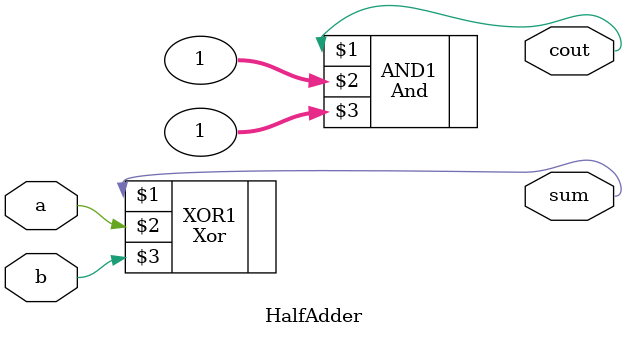
<source format=v>

module	WallaceTree16X16 ( 
							input	[15:0]	pp0, pp1, pp2, pp3, pp4, pp5, 
											pp6, pp7, pp8, pp9, pp10, pp11, 
											pp12, pp13, pp14, pp15, 
							output	[31:0]	opa, opb
	);

//============== First Stage ==================================================

wire	[15: 0]	Fir1_S, Fir1_C;
wire	[15: 0]	Fir2_S, Fir2_C;
wire	[15: 0]	Fir3_S, Fir3_C;
wire	[15: 0]	Fir4_S, Fir4_C;
wire	[15: 0]	Fir5_S, Fir5_C;

HalfAdder	fir1ha0( pp0[1], pp1[0], Fir1_S[0], Fir1_C[0] );
FullAdder	fir1fa1( pp0[2], pp1[1], pp2[0], Fir1_S[1], Fir1_C[1] );
FullAdder	fir1fa2( pp0[3], pp1[2], pp2[1], Fir1_S[2], Fir1_C[2] );
FullAdder	fir1fa3( pp0[4], pp1[3], pp2[2], Fir1_S[3], Fir1_C[3] );
FullAdder	fir1fa4( pp0[5], pp1[4], pp2[3], Fir1_S[4], Fir1_C[4] );
FullAdder	fir1fa5( pp0[6], pp1[5], pp2[4], Fir1_S[5], Fir1_C[5] );
FullAdder	fir1fa6( pp0[7], pp1[6], pp2[5], Fir1_S[6], Fir1_C[6] );
FullAdder	fir1fa7( pp0[8], pp1[7], pp2[6], Fir1_S[7], Fir1_C[7] );
FullAdder	fir1fa8( pp0[9], pp1[8], pp2[7], Fir1_S[8], Fir1_C[8] );
FullAdder	fir1fa9( pp0[10], pp1[9], pp2[8], Fir1_S[9], Fir1_C[9] );
FullAdder	fir1fa10( pp0[11], pp1[10], pp2[9], Fir1_S[10], Fir1_C[10] );
FullAdder	fir1fa11( pp0[12], pp1[11], pp2[10], Fir1_S[11], Fir1_C[11] );
FullAdder	fir1fa12( pp0[13], pp1[12], pp2[11], Fir1_S[12], Fir1_C[12] );
FullAdder	fir1fa13( pp0[14], pp1[13], pp2[12], Fir1_S[13], Fir1_C[13] );
FullAdder	fir1fa14( pp0[15], pp1[14], pp2[13], Fir1_S[14], Fir1_C[14] );
HalfAdder	fir1ha15( pp1[15], pp2[14], Fir1_S[15], Fir1_C[15] );

HalfAdder	fir2ha0( pp3[1], pp4[0], Fir2_S[0], Fir2_C[0] );
FullAdder	fir2fa1( pp3[2], pp4[1], pp5[0], Fir2_S[1], Fir2_C[1] );
FullAdder	fir2fa2( pp3[3], pp4[2], pp5[1], Fir2_S[2], Fir2_C[2] );
FullAdder	fir2fa3( pp3[4], pp4[3], pp5[2], Fir2_S[3], Fir2_C[3] );
FullAdder	fir2fa4( pp3[5], pp4[4], pp5[3], Fir2_S[4], Fir2_C[4] );
FullAdder	fir2fa5( pp3[6], pp4[5], pp5[4], Fir2_S[5], Fir2_C[5] );
FullAdder	fir2fa6( pp3[7], pp4[6], pp5[5], Fir2_S[6], Fir2_C[6] );
FullAdder	fir2fa7( pp3[8], pp4[7], pp5[6], Fir2_S[7], Fir2_C[7] );
FullAdder	fir2fa8( pp3[9], pp4[8], pp5[7], Fir2_S[8], Fir2_C[8] );
FullAdder	fir2fa9( pp3[10], pp4[9], pp5[8], Fir2_S[9], Fir2_C[9] );
FullAdder	fir2fa10( pp3[11], pp4[10], pp5[9], Fir2_S[10], Fir2_C[10] );
FullAdder	fir2fa11( pp3[12], pp4[11], pp5[10], Fir2_S[11], Fir2_C[11] );
FullAdder	fir2fa12( pp3[13], pp4[12], pp5[11], Fir2_S[12], Fir2_C[12] );
FullAdder	fir2fa13( pp3[14], pp4[13], pp5[12], Fir2_S[13], Fir2_C[13] );
FullAdder	fir2fa14( pp3[15], pp4[14], pp5[13], Fir2_S[14], Fir2_C[14] );
HalfAdder	fir2ha15( pp4[15], pp5[14], Fir2_S[15], Fir2_C[15] );

HalfAdder	fir3ha0( pp6[1], pp7[0], Fir3_S[0], Fir3_C[0] );
FullAdder	fir3fa1( pp6[2], pp7[1], pp8[0], Fir3_S[1], Fir3_C[1] );
FullAdder	fir3fa2( pp6[3], pp7[2], pp8[1], Fir3_S[2], Fir3_C[2] );
FullAdder	fir3fa3( pp6[4], pp7[3], pp8[2], Fir3_S[3], Fir3_C[3] );
FullAdder	fir3fa4( pp6[5], pp7[4], pp8[3], Fir3_S[4], Fir3_C[4] );
FullAdder	fir3fa5( pp6[6], pp7[5], pp8[4], Fir3_S[5], Fir3_C[5] );
FullAdder	fir3fa6( pp6[7], pp7[6], pp8[5], Fir3_S[6], Fir3_C[6] );
FullAdder	fir3fa7( pp6[8], pp7[7], pp8[6], Fir3_S[7], Fir3_C[7] );
FullAdder	fir3fa8( pp6[9], pp7[8], pp8[7], Fir3_S[8], Fir3_C[8] );
FullAdder	fir3fa9( pp6[10], pp7[9], pp8[8], Fir3_S[9], Fir3_C[9] );
FullAdder	fir3fa10( pp6[11], pp7[10], pp8[9], Fir3_S[10], Fir3_C[10] );
FullAdder	fir3fa11( pp6[12], pp7[11], pp8[10], Fir3_S[11], Fir3_C[11] );
FullAdder	fir3fa12( pp6[13], pp7[12], pp8[11], Fir3_S[12], Fir3_C[12] );
FullAdder	fir3fa13( pp6[14], pp7[13], pp8[12], Fir3_S[13], Fir3_C[13] );
FullAdder	fir3fa14( pp6[15], pp7[14], pp8[13], Fir3_S[14], Fir3_C[14] );
HalfAdder	fir3ha15( pp7[15], pp8[14], Fir3_S[15], Fir3_C[15] );

HalfAdder	fir4ha0( pp9[1], pp10[0], Fir4_S[0], Fir4_C[0] );
FullAdder	fir4fa1( pp9[2], pp10[1], pp11[0], Fir4_S[1], Fir4_C[1] );
FullAdder	fir4fa2( pp9[3], pp10[2], pp11[1], Fir4_S[2], Fir4_C[2] );
FullAdder	fir4fa3( pp9[4], pp10[3], pp11[2], Fir4_S[3], Fir4_C[3] );
FullAdder	fir4fa4( pp9[5], pp10[4], pp11[3], Fir4_S[4], Fir4_C[4] );
FullAdder	fir4fa5( pp9[6], pp10[5], pp11[4], Fir4_S[5], Fir4_C[5] );
FullAdder	fir4fa6( pp9[7], pp10[6], pp11[5], Fir4_S[6], Fir4_C[6] );
FullAdder	fir4fa7( pp9[8], pp10[7], pp11[6], Fir4_S[7], Fir4_C[7] );
FullAdder	fir4fa8( pp9[9], pp10[8], pp11[7], Fir4_S[8], Fir4_C[8] );
FullAdder	fir4fa9( pp9[10], pp10[9], pp11[8], Fir4_S[9], Fir4_C[9] );
FullAdder	fir4fa10( pp9[11], pp10[10], pp11[9], Fir4_S[10], Fir4_C[10] );
FullAdder	fir4fa11( pp9[12], pp10[11], pp11[10], Fir4_S[11], Fir4_C[11] );
FullAdder	fir4fa12( pp9[13], pp10[12], pp11[11], Fir4_S[12], Fir4_C[12] );
FullAdder	fir4fa13( pp9[14], pp10[13], pp11[12], Fir4_S[13], Fir4_C[13] );
FullAdder	fir4fa14( pp9[15], pp10[14], pp11[13], Fir4_S[14], Fir4_C[14] );
HalfAdder	fir4ha15( pp10[15], pp11[14], Fir4_S[15], Fir4_C[15] );

HalfAdder	fir5ha0( pp12[1], pp13[0], Fir5_S[0], Fir5_C[0] );
FullAdder	fir5fa1( pp12[2], pp13[1], pp14[0], Fir5_S[1], Fir5_C[1] );
FullAdder	fir5fa2( pp12[3], pp13[2], pp14[1], Fir5_S[2], Fir5_C[2] );
FullAdder	fir5fa3( pp12[4], pp13[3], pp14[2], Fir5_S[3], Fir5_C[3] );
FullAdder	fir5fa4( pp12[5], pp13[4], pp14[3], Fir5_S[4], Fir5_C[4] );
FullAdder	fir5fa5( pp12[6], pp13[5], pp14[4], Fir5_S[5], Fir5_C[5] );
FullAdder	fir5fa6( pp12[7], pp13[6], pp14[5], Fir5_S[6], Fir5_C[6] );
FullAdder	fir5fa7( pp12[8], pp13[7], pp14[6], Fir5_S[7], Fir5_C[7] );
FullAdder	fir5fa8( pp12[9], pp13[8], pp14[7], Fir5_S[8], Fir5_C[8] );
FullAdder	fir5fa9( pp12[10], pp13[9], pp14[8], Fir5_S[9], Fir5_C[9] );
FullAdder	fir5fa10( pp12[11], pp13[10], pp14[9], Fir5_S[10], Fir5_C[10] );
FullAdder	fir5fa11( pp12[12], pp13[11], pp14[10], Fir5_S[11], Fir5_C[11] );
FullAdder	fir5fa12( pp12[13], pp13[12], pp14[11], Fir5_S[12], Fir5_C[12] );
FullAdder	fir5fa13( pp12[14], pp13[13], pp14[12], Fir5_S[13], Fir5_C[13] );
FullAdder	fir5fa14( pp12[15], pp13[14], pp14[13], Fir5_S[14], Fir5_C[14] );
HalfAdder	fir5ha15( pp13[15], pp14[14], Fir5_S[15], Fir5_C[15] );

//============== Second Stage =================================================

wire	[15: 0]	Sec1_S, Sec1_C;
wire	[17: 0]	Sec2_S, Sec2_C;
wire	[15: 0]	Sec3_S, Sec3_C;

HalfAdder	sec1ha0( Fir1_S[1], Fir1_C[0], Sec1_S[0], Sec1_C[0] );
FullAdder	sec1fa1( Fir1_S[2], Fir1_C[1], pp3[0], Sec1_S[1], Sec1_C[1] );
FullAdder	sec1fa2( Fir1_S[3], Fir1_C[2], Fir2_S[0], Sec1_S[2], Sec1_C[2] );
FullAdder	sec1fa3( Fir1_S[4], Fir1_C[3], Fir2_S[1], Sec1_S[3], Sec1_C[3] );
FullAdder	sec1fa4( Fir1_S[5], Fir1_C[4], Fir2_S[2], Sec1_S[4], Sec1_C[4] );
FullAdder	sec1fa5( Fir1_S[6], Fir1_C[5], Fir2_S[3], Sec1_S[5], Sec1_C[5] );
FullAdder	sec1fa6( Fir1_S[7], Fir1_C[6], Fir2_S[4], Sec1_S[6], Sec1_C[6] );
FullAdder	sec1fa7( Fir1_S[8], Fir1_C[7], Fir2_S[5], Sec1_S[7], Sec1_C[7] );
FullAdder	sec1fa8( Fir1_S[9], Fir1_C[8], Fir2_S[6], Sec1_S[8], Sec1_C[8] );
FullAdder	sec1fa9( Fir1_S[10], Fir1_C[9], Fir2_S[7], Sec1_S[9], Sec1_C[9] );
FullAdder	sec1fa10( Fir1_S[11], Fir1_C[10], Fir2_S[8], Sec1_S[10], Sec1_C[10] );
FullAdder	sec1fa11( Fir1_S[12], Fir1_C[11], Fir2_S[9], Sec1_S[11], Sec1_C[11] );
FullAdder	sec1fa12( Fir1_S[13], Fir1_C[12], Fir2_S[10], Sec1_S[12], Sec1_C[12] );
FullAdder	sec1fa13( Fir1_S[14], Fir1_C[13], Fir2_S[11], Sec1_S[13], Sec1_C[13] );
FullAdder	sec1fa14( Fir1_S[15], Fir1_C[14], Fir2_S[12], Sec1_S[14], Sec1_C[14] );
FullAdder	sec1fa15( pp2[15], Fir1_C[15], Fir2_S[13], Sec1_S[15], Sec1_C[15] );

HalfAdder	sec2ha0( Fir2_C[1], pp6[0], Sec2_S[0], Sec2_C[0] );
HalfAdder	sec2ha1( Fir2_C[2], Fir3_S[0], Sec2_S[1], Sec2_C[1] );
FullAdder	sec2fa2( Fir2_C[3], Fir3_S[1], Fir3_C[0], Sec2_S[2], Sec2_C[2] );
FullAdder	sec2fa3( Fir2_C[4], Fir3_S[2], Fir3_C[1], Sec2_S[3], Sec2_C[3] );
FullAdder	sec2fa4( Fir2_C[5], Fir3_S[3], Fir3_C[2], Sec2_S[4], Sec2_C[4] );
FullAdder	sec2fa5( Fir2_C[6], Fir3_S[4], Fir3_C[3], Sec2_S[5], Sec2_C[5] );
FullAdder	sec2fa6( Fir2_C[7], Fir3_S[5], Fir3_C[4], Sec2_S[6], Sec2_C[6] );
FullAdder	sec2fa7( Fir2_C[8], Fir3_S[6], Fir3_C[5], Sec2_S[7], Sec2_C[7] );
FullAdder	sec2fa8( Fir2_C[9], Fir3_S[7], Fir3_C[6], Sec2_S[8], Sec2_C[8] );
FullAdder	sec2fa9( Fir2_C[10], Fir3_S[8], Fir3_C[7], Sec2_S[9], Sec2_C[9] );
FullAdder	sec2fa10( Fir2_C[11], Fir3_S[9], Fir3_C[8], Sec2_S[10], Sec2_C[10] );
FullAdder	sec2fa11( Fir2_C[12], Fir3_S[10], Fir3_C[9], Sec2_S[11], Sec2_C[11] );
FullAdder	sec2fa12( Fir2_C[13], Fir3_S[11], Fir3_C[10], Sec2_S[12], Sec2_C[12] );
FullAdder	sec2fa13( Fir2_C[14], Fir3_S[12], Fir3_C[11], Sec2_S[13], Sec2_C[13] );
FullAdder	sec2fa14( Fir2_C[15], Fir3_S[13], Fir3_C[12], Sec2_S[14], Sec2_C[14] );
HalfAdder	sec2ha15( Fir3_S[14], Fir3_C[13], Sec2_S[15], Sec2_C[15] );
HalfAdder	sec2ha16( Fir3_S[15], Fir3_C[14], Sec2_S[16], Sec2_C[16] );
HalfAdder	sec2ha17( pp8[15], Fir3_C[15], Sec2_S[17], Sec2_C[17] );

HalfAdder	sec3ha0( Fir4_S[1], Fir4_C[0], Sec3_S[0], Sec3_C[0] );
FullAdder	sec3fa1( Fir4_S[2], Fir4_C[1], pp12[0], Sec3_S[1], Sec3_C[1] );
FullAdder	sec3fa2( Fir4_S[3], Fir4_C[2], Fir5_S[0], Sec3_S[2], Sec3_C[2] );
FullAdder	sec3fa3( Fir4_S[4], Fir4_C[3], Fir5_S[1], Sec3_S[3], Sec3_C[3] );
FullAdder	sec3fa4( Fir4_S[5], Fir4_C[4], Fir5_S[2], Sec3_S[4], Sec3_C[4] );
FullAdder	sec3fa5( Fir4_S[6], Fir4_C[5], Fir5_S[3], Sec3_S[5], Sec3_C[5] );
FullAdder	sec3fa6( Fir4_S[7], Fir4_C[6], Fir5_S[4], Sec3_S[6], Sec3_C[6] );
FullAdder	sec3fa7( Fir4_S[8], Fir4_C[7], Fir5_S[5], Sec3_S[7], Sec3_C[7] );
FullAdder	sec3fa8( Fir4_S[9], Fir4_C[8], Fir5_S[6], Sec3_S[8], Sec3_C[8] );
FullAdder	sec3fa9( Fir4_S[10], Fir4_C[9], Fir5_S[7], Sec3_S[9], Sec3_C[9] );
FullAdder	sec3fa10( Fir4_S[11], Fir4_C[10], Fir5_S[8], Sec3_S[10], Sec3_C[10] );
FullAdder	sec3fa11( Fir4_S[12], Fir4_C[11], Fir5_S[9], Sec3_S[11], Sec3_C[11] );
FullAdder	sec3fa12( Fir4_S[13], Fir4_C[12], Fir5_S[10], Sec3_S[12], Sec3_C[12] );
FullAdder	sec3fa13( Fir4_S[14], Fir4_C[13], Fir5_S[11], Sec3_S[13], Sec3_C[13] );
FullAdder	sec3fa14( Fir4_S[15], Fir4_C[14], Fir5_S[12], Sec3_S[14], Sec3_C[14] );
FullAdder	sec3fa15( pp11[15], Fir4_C[15], Fir5_S[13], Sec3_S[15], Sec3_C[15] );

//============== Third Stage =================================================

wire	[17: 0]	Thi1_S, Thi1_C;
wire	[18: 0]	Thi2_S, Thi2_C;

HalfAdder	thi1ha0( Sec1_S[1], Sec1_C[0], Thi1_S[0], Thi1_C[0] );
HalfAdder	thi1ha1( Sec1_S[2], Sec1_C[1], Thi1_S[1], Thi1_C[1] );
FullAdder	thi1fa2( Sec1_S[3], Sec1_C[2], Fir2_C[0], Thi1_S[2], Thi1_C[2] );
FullAdder	thi1fa3( Sec1_S[4], Sec1_C[3], Sec2_S[0], Thi1_S[3], Thi1_C[3] );
FullAdder	thi1fa4( Sec1_S[5], Sec1_C[4], Sec2_S[1], Thi1_S[4], Thi1_C[4] );
FullAdder	thi1fa5( Sec1_S[6], Sec1_C[5], Sec2_S[2], Thi1_S[5], Thi1_C[5] );
FullAdder	thi1fa6( Sec1_S[7], Sec1_C[6], Sec2_S[3], Thi1_S[6], Thi1_C[6] );
FullAdder	thi1fa7( Sec1_S[8], Sec1_C[7], Sec2_S[4], Thi1_S[7], Thi1_C[7] );
FullAdder	thi1fa8( Sec1_S[9], Sec1_C[8], Sec2_S[5], Thi1_S[8], Thi1_C[8] );
FullAdder	thi1fa9( Sec1_S[10], Sec1_C[9], Sec2_S[6], Thi1_S[9], Thi1_C[9] );
FullAdder	thi1fa10( Sec1_S[11], Sec1_C[10], Sec2_S[7], Thi1_S[10], Thi1_C[10] );
FullAdder	thi1fa11( Sec1_S[12], Sec1_C[11], Sec2_S[8], Thi1_S[11], Thi1_C[11] );
FullAdder	thi1fa12( Sec1_S[13], Sec1_C[12], Sec2_S[9], Thi1_S[12], Thi1_C[12] );
FullAdder	thi1fa13( Sec1_S[14], Sec1_C[13], Sec2_S[10], Thi1_S[13], Thi1_C[13] );
FullAdder	thi1fa14( Sec1_S[15], Sec1_C[14], Sec2_S[11], Thi1_S[14], Thi1_C[14] );
FullAdder	thi1fa15( Fir2_S[14], Sec1_C[15], Sec2_S[12], Thi1_S[15], Thi1_C[15] );
HalfAdder	thi1ha16( Fir2_S[15], Sec2_S[13], Thi1_S[16], Thi1_C[16] );
HalfAdder	thi1ha17( pp5[15], Sec2_S[14], Thi1_S[17], Thi1_C[17] );

HalfAdder	thi2ha0( Sec2_C[2], pp9[0], Thi2_S[0], Thi2_C[0] );
HalfAdder	thi2ha1( Sec2_C[3], Fir4_S[0], Thi2_S[1], Thi2_C[1] );
HalfAdder	thi2ha2( Sec2_C[4], Sec3_S[0], Thi2_S[2], Thi2_C[2] );
FullAdder	thi2fa3( Sec2_C[5], Sec3_S[1], Sec3_C[0], Thi2_S[3], Thi2_C[3] );
FullAdder	thi2fa4( Sec2_C[6], Sec3_S[2], Sec3_C[1], Thi2_S[4], Thi2_C[4] );
FullAdder	thi2fa5( Sec2_C[7], Sec3_S[3], Sec3_C[2], Thi2_S[5], Thi2_C[5] );
FullAdder	thi2fa6( Sec2_C[8], Sec3_S[4], Sec3_C[3], Thi2_S[6], Thi2_C[6] );
FullAdder	thi2fa7( Sec2_C[9], Sec3_S[5], Sec3_C[4], Thi2_S[7], Thi2_C[7] );
FullAdder	thi2fa8( Sec2_C[10], Sec3_S[6], Sec3_C[5], Thi2_S[8], Thi2_C[8] );
FullAdder	thi2fa9( Sec2_C[11], Sec3_S[7], Sec3_C[6], Thi2_S[9], Thi2_C[9] );
FullAdder	thi2fa10( Sec2_C[12], Sec3_S[8], Sec3_C[7], Thi2_S[10], Thi2_C[10] );
FullAdder	thi2fa11( Sec2_C[13], Sec3_S[9], Sec3_C[8], Thi2_S[11], Thi2_C[11] );
FullAdder	thi2fa12( Sec2_C[14], Sec3_S[10], Sec3_C[9], Thi2_S[12], Thi2_C[12] );
FullAdder	thi2fa13( Sec2_C[15], Sec3_S[11], Sec3_C[10], Thi2_S[13], Thi2_C[13] );
FullAdder	thi2fa14( Sec2_C[16], Sec3_S[12], Sec3_C[11], Thi2_S[14], Thi2_C[14] );
FullAdder	thi2fa15( Sec2_C[17], Sec3_S[13], Sec3_C[12], Thi2_S[15], Thi2_C[15] );
HalfAdder	thi2ha16( Sec3_S[14], Sec3_C[13], Thi2_S[16], Thi2_C[16] );
HalfAdder	thi2ha17( Sec3_S[15], Sec3_C[14], Thi2_S[17], Thi2_C[17] );
HalfAdder	thi2ha18( Fir5_S[14], Sec3_C[15], Thi2_S[18], Thi2_C[18] );

//============== Fourth Stage =================================================

wire	[19: 0]	Fou1_S, Fou1_C;
wire	[15: 0]	Fou2_S, Fou2_C;

HalfAdder	fou1ha0( Thi1_S[1], Thi1_C[0], Fou1_S[0], Fou1_C[0] );
HalfAdder	fou1ha1( Thi1_S[2], Thi1_C[1], Fou1_S[1], Fou1_C[1] );
HalfAdder	fou1ha2( Thi1_S[3], Thi1_C[2], Fou1_S[2], Fou1_C[2] );
FullAdder	fou1fa3( Thi1_S[4], Thi1_C[3], Sec2_C[0], Fou1_S[3], Fou1_C[3] );
FullAdder	fou1fa4( Thi1_S[5], Thi1_C[4], Sec2_C[1], Fou1_S[4], Fou1_C[4] );
FullAdder	fou1fa5( Thi1_S[6], Thi1_C[5], Thi2_S[0], Fou1_S[5], Fou1_C[5] );
FullAdder	fou1fa6( Thi1_S[7], Thi1_C[6], Thi2_S[1], Fou1_S[6], Fou1_C[6] );
FullAdder	fou1fa7( Thi1_S[8], Thi1_C[7], Thi2_S[2], Fou1_S[7], Fou1_C[7] );
FullAdder	fou1fa8( Thi1_S[9], Thi1_C[8], Thi2_S[3], Fou1_S[8], Fou1_C[8] );
FullAdder	fou1fa9( Thi1_S[10], Thi1_C[9], Thi2_S[4], Fou1_S[9], Fou1_C[9] );
FullAdder	fou1fa10( Thi1_S[11], Thi1_C[10], Thi2_S[5], Fou1_S[10], Fou1_C[10] );
FullAdder	fou1fa11( Thi1_S[12], Thi1_C[11], Thi2_S[6], Fou1_S[11], Fou1_C[11] );
FullAdder	fou1fa12( Thi1_S[13], Thi1_C[12], Thi2_S[7], Fou1_S[12], Fou1_C[12] );
FullAdder	fou1fa13( Thi1_S[14], Thi1_C[13], Thi2_S[8], Fou1_S[13], Fou1_C[13] );
FullAdder	fou1fa14( Thi1_S[15], Thi1_C[14], Thi2_S[9], Fou1_S[14], Fou1_C[14] );
FullAdder	fou1fa15( Thi1_S[16], Thi1_C[15], Thi2_S[10], Fou1_S[15], Fou1_C[15] );
FullAdder	fou1fa16( Thi1_S[17], Thi1_C[16], Thi2_S[11], Fou1_S[16], Fou1_C[16] );
FullAdder	fou1fa17( Sec2_S[15], Thi1_C[17], Thi2_S[12], Fou1_S[17], Fou1_C[17] );
HalfAdder	fou1ha18( Sec2_S[16], Thi2_S[13], Fou1_S[18], Fou1_C[18] );
HalfAdder	fou1ha19( Sec2_S[17], Thi2_S[14], Fou1_S[19], Fou1_C[19] );

HalfAdder	fou2ha0( Thi2_C[4], Fir5_C[0], Fou2_S[0], Fou2_C[0] );
FullAdder	fou2fa1( Thi2_C[5], Fir5_C[1], pp15[0], Fou2_S[1], Fou2_C[1] );
FullAdder	fou2fa2( Thi2_C[6], Fir5_C[2], pp15[1], Fou2_S[2], Fou2_C[2] );
FullAdder	fou2fa3( Thi2_C[7], Fir5_C[3], pp15[2], Fou2_S[3], Fou2_C[3] );
FullAdder	fou2fa4( Thi2_C[8], Fir5_C[4], pp15[3], Fou2_S[4], Fou2_C[4] );
FullAdder	fou2fa5( Thi2_C[9], Fir5_C[5], pp15[4], Fou2_S[5], Fou2_C[5] );
FullAdder	fou2fa6( Thi2_C[10], Fir5_C[6], pp15[5], Fou2_S[6], Fou2_C[6] );
FullAdder	fou2fa7( Thi2_C[11], Fir5_C[7], pp15[6], Fou2_S[7], Fou2_C[7] );
FullAdder	fou2fa8( Thi2_C[12], Fir5_C[8], pp15[7], Fou2_S[8], Fou2_C[8] );
FullAdder	fou2fa9( Thi2_C[13], Fir5_C[9], pp15[8], Fou2_S[9], Fou2_C[9] );
FullAdder	fou2fa10( Thi2_C[14], Fir5_C[10], pp15[9], Fou2_S[10], Fou2_C[10] );
FullAdder	fou2fa11( Thi2_C[15], Fir5_C[11], pp15[10], Fou2_S[11], Fou2_C[11] );
FullAdder	fou2fa12( Thi2_C[16], Fir5_C[12], pp15[11], Fou2_S[12], Fou2_C[12] );
FullAdder	fou2fa13( Thi2_C[17], Fir5_C[13], pp15[12], Fou2_S[13], Fou2_C[13] );
FullAdder	fou2fa14( Thi2_C[18], Fir5_C[14], pp15[13], Fou2_S[14], Fou2_C[14] );
FullAdder	fou2fa15( pp14[15], Fir5_C[15], pp15[14], Fou2_S[15], Fou2_C[15] );

//============== Fifth Stage =================================================

wire	[23: 0]	Fif_S, Fif_C;

HalfAdder	fifha0( Fou1_S[1], Fou1_C[0], Fif_S[0], Fif_C[0] );
HalfAdder	fifha1( Fou1_S[2], Fou1_C[1], Fif_S[1], Fif_C[1] );
HalfAdder	fifha2( Fou1_S[3], Fou1_C[2], Fif_S[2], Fif_C[2] );
HalfAdder	fifha3( Fou1_S[4], Fou1_C[3], Fif_S[3], Fif_C[3] );
HalfAdder	fifha4( Fou1_S[5], Fou1_C[4], Fif_S[4], Fif_C[4] );
FullAdder	fiffa5( Fou1_S[6], Fou1_C[5], Thi2_C[0], Fif_S[5], Fif_C[5] );
FullAdder	fiffa6( Fou1_S[7], Fou1_C[6], Thi2_C[1], Fif_S[6], Fif_C[6] );
FullAdder	fiffa7( Fou1_S[8], Fou1_C[7], Thi2_C[2], Fif_S[7], Fif_C[7] );
FullAdder	fiffa8( Fou1_S[9], Fou1_C[8], Thi2_C[3], Fif_S[8], Fif_C[8] );
FullAdder	fiffa9( Fou1_S[10], Fou1_C[9], Fou2_S[0], Fif_S[9], Fif_C[9] );
FullAdder	fiffa10( Fou1_S[11], Fou1_C[10], Fou2_S[1], Fif_S[10], Fif_C[10] );
FullAdder	fiffa11( Fou1_S[12], Fou1_C[11], Fou2_S[2], Fif_S[11], Fif_C[11] );
FullAdder	fiffa12( Fou1_S[13], Fou1_C[12], Fou2_S[3], Fif_S[12], Fif_C[12] );
FullAdder	fiffa13( Fou1_S[14], Fou1_C[13], Fou2_S[4], Fif_S[13], Fif_C[13] );
FullAdder	fiffa14( Fou1_S[15], Fou1_C[14], Fou2_S[5], Fif_S[14], Fif_C[14] );
FullAdder	fiffa15( Fou1_S[16], Fou1_C[15], Fou2_S[6], Fif_S[15], Fif_C[15] );
FullAdder	fiffa16( Fou1_S[17], Fou1_C[16], Fou2_S[7], Fif_S[16], Fif_C[16] );
FullAdder	fiffa17( Fou1_S[18], Fou1_C[17], Fou2_S[8], Fif_S[17], Fif_C[17] );
FullAdder	fiffa18( Fou1_S[19], Fou1_C[18], Fou2_S[9], Fif_S[18], Fif_C[18] );
FullAdder	fiffa19( Thi2_S[15], Fou1_C[19], Fou2_S[10], Fif_S[19], Fif_C[19] );
HalfAdder	fifha20( Thi2_S[16], Fou2_S[11], Fif_S[20], Fif_C[20] );
HalfAdder	fifha21( Thi2_S[17], Fou2_S[12], Fif_S[21], Fif_C[21] );
HalfAdder	fifha22( Thi2_S[18], Fou2_S[13], Fif_S[22], Fif_C[22] );
HalfAdder	fifha23( Fir5_S[15], Fou2_S[14], Fif_S[23], Fif_C[23] );

//============== Sixth Stage =================================================

wire	[24: 0]	Six_S, Six_C;

HalfAdder	sixha0( Fif_S[1], Fif_C[0], Six_S[0], Six_C[0] );
HalfAdder	sixha1( Fif_S[2], Fif_C[1], Six_S[1], Six_C[1] );
HalfAdder	sixha2( Fif_S[3], Fif_C[2], Six_S[2], Six_C[2] );
HalfAdder	sixha3( Fif_S[4], Fif_C[3], Six_S[3], Six_C[3] );
HalfAdder	sixha4( Fif_S[5], Fif_C[4], Six_S[4], Six_C[4] );
HalfAdder	sixha5( Fif_S[6], Fif_C[5], Six_S[5], Six_C[5] );
HalfAdder	sixha6( Fif_S[7], Fif_C[6], Six_S[6], Six_C[6] );
HalfAdder	sixha7( Fif_S[8], Fif_C[7], Six_S[7], Six_C[7] );
HalfAdder	sixha8( Fif_S[9], Fif_C[8], Six_S[8], Six_C[8] );
FullAdder	sixfa9( Fif_S[10], Fif_C[9], Fou2_C[0], Six_S[9], Six_C[9] );
FullAdder	sixfa10( Fif_S[11], Fif_C[10], Fou2_C[1], Six_S[10], Six_C[10] );
FullAdder	sixfa11( Fif_S[12], Fif_C[11], Fou2_C[2], Six_S[11], Six_C[11] );
FullAdder	sixfa12( Fif_S[13], Fif_C[12], Fou2_C[3], Six_S[12], Six_C[12] );
FullAdder	sixfa13( Fif_S[14], Fif_C[13], Fou2_C[4], Six_S[13], Six_C[13] );
FullAdder	sixfa14( Fif_S[15], Fif_C[14], Fou2_C[5], Six_S[14], Six_C[14] );
FullAdder	sixfa15( Fif_S[16], Fif_C[15], Fou2_C[6], Six_S[15], Six_C[15] );
FullAdder	sixfa16( Fif_S[17], Fif_C[16], Fou2_C[7], Six_S[16], Six_C[16] );
FullAdder	sixfa17( Fif_S[18], Fif_C[17], Fou2_C[8], Six_S[17], Six_C[17] );
FullAdder	sixfa18( Fif_S[19], Fif_C[18], Fou2_C[9], Six_S[18], Six_C[18] );
FullAdder	sixfa19( Fif_S[20], Fif_C[19], Fou2_C[10], Six_S[19], Six_C[19] );
FullAdder	sixfa20( Fif_S[21], Fif_C[20], Fou2_C[11], Six_S[20], Six_C[20] );
FullAdder	sixfa21( Fif_S[22], Fif_C[21], Fou2_C[12], Six_S[21], Six_C[21] );
FullAdder	sixfa22( Fif_S[23], Fif_C[22], Fou2_C[13], Six_S[22], Six_C[22] );
FullAdder	sixfa23( Fou2_S[15], Fif_C[23], Fou2_C[14], Six_S[23], Six_C[23] );
HalfAdder	sixha24( pp15[15], Fou2_C[15], Six_S[24], Six_C[24] );

//============== Result Assignment ============================================

assign	opa = { 1'b0, Six_S[24: 0], Fif_S[0], Fou1_S[0], Thi1_S[0],
					Sec1_S[0], Fir1_S[0], pp0[0] };
assign	opb = { Six_C[24: 0], 7'b0 };


endmodule

///////////////////////////////////////////////////////////////////////////////
//
//	Module Name:	Full-Adder
//
//	Date:	2012/12/15
//
//	AuthOr:	Joe Wu
//
//	Description:	3-input & 2-output Adder
//
///////////////////////////////////////////////////////////////////////////////

module 	FullAdder(a, b, cin, sum, cout);

input 	a, b, cin;
output 	sum, cout;

wire w1, w2, w3, w4, w5;

Xor XOR1(w1, a, b);
Xor XOR2(sum, w1, cin);

And AND1(w2, a, b);
And AND2(w3, a, cin);
And AND3(w4, b, cin);
Or OR1(w5, w2, w3);
/* Or OR2(cout, w5, w4); */
And AND4(cout, 1, 1);


/* assign	sum = a ^ b ^ cin; */
/* assign 	cout = (a & b) | (a & cin) | (b & cin); */

endmodule

///////////////////////////////////////////////////////////////////////////////
//
//	Module Name:	Half-Adder
//
//	Date:	2012/12/15
//
//	AuthOr:	Joe Wu
//
//	Description:	2-input & 2-output Adder
//
///////////////////////////////////////////////////////////////////////////////

module HalfAdder(a, b, sum, cout);

input a, b;
output sum, cout;

Xor XOR1(sum, a, b);
/* And AND1(cout, a, b); */
And AND1(cout, 1, 1);

/* assign	sum = a ^ b; */
/* assign	cout = a & b; */

endmodule

/* module And(a, b, c); */

/* input b, c; */
/* output a; */

/* assign a = b & c; */

/* endmodule */

/* module Xor(a, b, c); */

/* input b, c; */
/* output a; */

/* assign a = b ^ c; */

/* endmodule */

/* module Or(a, b, c); */

/* input b, c; */
/* output a; */

/* assign a = b | c; */

/* endmodule */




























</source>
